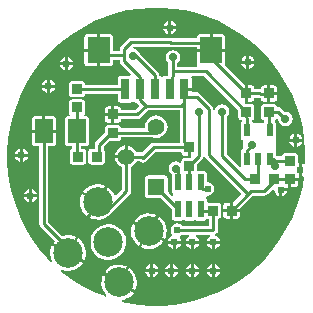
<source format=gtl>
G04 Layer_Physical_Order=1*
G04 Layer_Color=255*
%FSLAX25Y25*%
%MOIN*%
G70*
G01*
G75*
%ADD10R,0.03347X0.03347*%
%ADD11R,0.02362X0.04331*%
%ADD12R,0.03347X0.03347*%
%ADD13R,0.02200X0.05800*%
%ADD14R,0.02800X0.07000*%
%ADD15R,0.07500X0.08700*%
%ADD16R,0.06000X0.08000*%
%ADD17C,0.01000*%
%ADD18C,0.09842*%
%ADD19R,0.05512X0.05512*%
%ADD20C,0.05512*%
%ADD21C,0.02756*%
%ADD22C,0.02402*%
G36*
X5840Y49343D02*
X9693Y48732D01*
X13487Y47822D01*
X17198Y46616D01*
X20802Y45123D01*
X24278Y43352D01*
X27605Y41313D01*
X30761Y39020D01*
X33728Y36486D01*
X36486Y33728D01*
X39020Y30761D01*
X41313Y27605D01*
X43352Y24278D01*
X45123Y20802D01*
X46616Y17198D01*
X47822Y13487D01*
X48732Y9693D01*
X49343Y5840D01*
X49649Y1951D01*
Y-1951D01*
X49613Y-2412D01*
X49163Y-2630D01*
X48859Y-2427D01*
X48500Y-2356D01*
Y-4500D01*
Y-6644D01*
X48716Y-6601D01*
X49172Y-6920D01*
X48732Y-9693D01*
X47822Y-13487D01*
X46616Y-17198D01*
X45123Y-20802D01*
X43352Y-24278D01*
X41313Y-27605D01*
X39020Y-30761D01*
X36486Y-33728D01*
X33728Y-36486D01*
X30761Y-39020D01*
X27605Y-41313D01*
X24278Y-43352D01*
X20802Y-45123D01*
X17198Y-46616D01*
X13487Y-47822D01*
X9693Y-48732D01*
X5840Y-49343D01*
X1951Y-49649D01*
X-1951D01*
X-5840Y-49343D01*
X-9693Y-48732D01*
X-11484Y-48303D01*
X-11465Y-47793D01*
X-10858Y-47692D01*
X-9766Y-47282D01*
X-8775Y-46666D01*
X-7924Y-45868D01*
X-7537Y-45329D01*
X-12647Y-42378D01*
X-17758Y-39428D01*
X-18032Y-40033D01*
X-18296Y-41169D01*
X-18335Y-42334D01*
X-18145Y-43485D01*
X-17734Y-44577D01*
X-17118Y-45567D01*
X-16707Y-46006D01*
X-16786Y-46653D01*
X-16884Y-46718D01*
X-17198Y-46616D01*
X-20802Y-45123D01*
X-24278Y-43352D01*
X-27605Y-41313D01*
X-30761Y-39020D01*
X-31918Y-38032D01*
X-31647Y-37606D01*
X-31358Y-37737D01*
X-30222Y-38002D01*
X-29056Y-38040D01*
X-27905Y-37850D01*
X-26814Y-37439D01*
X-25823Y-36823D01*
X-24972Y-36026D01*
X-24585Y-35486D01*
X-29695Y-32536D01*
X-34805Y-29585D01*
X-35079Y-30190D01*
X-35344Y-31326D01*
X-35382Y-32492D01*
X-35192Y-33643D01*
X-34782Y-34734D01*
X-35190Y-35024D01*
X-36486Y-33728D01*
X-39020Y-30761D01*
X-41313Y-27605D01*
X-43352Y-24278D01*
X-45123Y-20802D01*
X-46616Y-17198D01*
X-47822Y-13487D01*
X-48732Y-9693D01*
X-49343Y-5840D01*
X-49649Y-1951D01*
Y1951D01*
X-49343Y5840D01*
X-48732Y9693D01*
X-47822Y13487D01*
X-46616Y17198D01*
X-45123Y20802D01*
X-43352Y24278D01*
X-41313Y27605D01*
X-39020Y30761D01*
X-36486Y33728D01*
X-33728Y36486D01*
X-30761Y39020D01*
X-27605Y41313D01*
X-24278Y43352D01*
X-20802Y45123D01*
X-17198Y46616D01*
X-13487Y47822D01*
X-9693Y48732D01*
X-5840Y49343D01*
X-1951Y49649D01*
X1951D01*
X5840Y49343D01*
D02*
G37*
%LPC*%
G36*
X18500Y-29000D02*
X16856D01*
X16927Y-29359D01*
X17413Y-30087D01*
X18141Y-30573D01*
X18500Y-30644D01*
Y-29000D01*
D02*
G37*
G36*
X21144D02*
X19500D01*
Y-30644D01*
X19859Y-30573D01*
X20587Y-30087D01*
X21073Y-29359D01*
X21144Y-29000D01*
D02*
G37*
G36*
X829Y-20037D02*
X-1872Y-24714D01*
X2805Y-27415D01*
X3079Y-26810D01*
X3344Y-25674D01*
X3382Y-24508D01*
X3192Y-23358D01*
X2782Y-22266D01*
X2166Y-21275D01*
X1368Y-20424D01*
X829Y-20037D01*
D02*
G37*
G36*
X-7915Y-22380D02*
X-8189Y-22985D01*
X-8454Y-24121D01*
X-8492Y-25286D01*
X-8302Y-26437D01*
X-7891Y-27529D01*
X-7275Y-28519D01*
X-6478Y-29371D01*
X-5938Y-29757D01*
X-3238Y-25080D01*
X-7915Y-22380D01*
D02*
G37*
G36*
X14144Y-29000D02*
X12500D01*
Y-30644D01*
X12859Y-30573D01*
X13587Y-30087D01*
X14073Y-29359D01*
X14144Y-29000D01*
D02*
G37*
G36*
X5500D02*
X3856D01*
X3927Y-29359D01*
X4413Y-30087D01*
X5141Y-30573D01*
X5500Y-30644D01*
Y-29000D01*
D02*
G37*
G36*
X-2372Y-25580D02*
X-5072Y-30257D01*
X-4467Y-30532D01*
X-3331Y-30796D01*
X-2166Y-30835D01*
X-1015Y-30645D01*
X77Y-30234D01*
X1067Y-29618D01*
X1919Y-28820D01*
X2305Y-28281D01*
X-2372Y-25580D01*
D02*
G37*
G36*
X11500Y-29000D02*
X9856D01*
X9927Y-29359D01*
X10413Y-30087D01*
X11141Y-30573D01*
X11500Y-30644D01*
Y-29000D01*
D02*
G37*
G36*
X8144D02*
X6500D01*
Y-30644D01*
X6859Y-30573D01*
X7587Y-30087D01*
X8073Y-29359D01*
X8144Y-29000D01*
D02*
G37*
G36*
X-2944Y-18960D02*
X-4095Y-19150D01*
X-5186Y-19561D01*
X-6177Y-20177D01*
X-7028Y-20974D01*
X-7415Y-21514D01*
X-2738Y-24214D01*
X-37Y-19537D01*
X-642Y-19263D01*
X-1778Y-18998D01*
X-2944Y-18960D01*
D02*
G37*
G36*
X-19992Y-9118D02*
X-21143Y-9308D01*
X-22234Y-9718D01*
X-23225Y-10334D01*
X-24076Y-11132D01*
X-24463Y-11671D01*
X-19786Y-14372D01*
X-17085Y-9695D01*
X-17690Y-9421D01*
X-18826Y-9156D01*
X-19992Y-9118D01*
D02*
G37*
G36*
X-39856Y-13500D02*
X-41500D01*
Y-15144D01*
X-41141Y-15073D01*
X-40413Y-14587D01*
X-39927Y-13859D01*
X-39856Y-13500D01*
D02*
G37*
G36*
X-42500Y-10856D02*
X-42859Y-10927D01*
X-43587Y-11413D01*
X-44073Y-12141D01*
X-44144Y-12500D01*
X-42500D01*
Y-10856D01*
D02*
G37*
G36*
X43644Y-11500D02*
X42000D01*
Y-13144D01*
X42359Y-13073D01*
X43087Y-12587D01*
X43573Y-11859D01*
X43644Y-11500D01*
D02*
G37*
G36*
X-42500Y-13500D02*
X-44144D01*
X-44073Y-13859D01*
X-43587Y-14587D01*
X-42859Y-15073D01*
X-42500Y-15144D01*
Y-13500D01*
D02*
G37*
G36*
X27744Y-18500D02*
X25551D01*
Y-20693D01*
X26724D01*
X27115Y-20615D01*
X27445Y-20394D01*
X27666Y-20063D01*
X27744Y-19673D01*
Y-18500D01*
D02*
G37*
G36*
X24551D02*
X22358D01*
Y-19673D01*
X22436Y-20063D01*
X22657Y-20394D01*
X22988Y-20615D01*
X23378Y-20693D01*
X24551D01*
Y-18500D01*
D02*
G37*
G36*
Y-15307D02*
X23378D01*
X22988Y-15385D01*
X22657Y-15606D01*
X22436Y-15937D01*
X22358Y-16327D01*
Y-17500D01*
X24551D01*
Y-15307D01*
D02*
G37*
G36*
X-24963Y-12537D02*
X-25237Y-13142D01*
X-25502Y-14278D01*
X-25540Y-15444D01*
X-25350Y-16595D01*
X-24939Y-17686D01*
X-24323Y-18677D01*
X-23526Y-19528D01*
X-22986Y-19915D01*
X-20286Y-15238D01*
X-24963Y-12537D01*
D02*
G37*
G36*
X-33480Y8000D02*
X-37500D01*
X-41520D01*
Y4500D01*
X-41442Y4110D01*
X-41221Y3779D01*
X-40890Y3558D01*
X-40500Y3480D01*
X-39029D01*
Y-22500D01*
X-38913Y-23085D01*
X-38581Y-23581D01*
X-33946Y-28217D01*
X-34305Y-28719D01*
X-29628Y-31420D01*
X-26928Y-26743D01*
X-27533Y-26468D01*
X-28669Y-26204D01*
X-29834Y-26165D01*
X-30985Y-26355D01*
X-31346Y-26491D01*
X-35971Y-21867D01*
Y3480D01*
X-34500D01*
X-34110Y3558D01*
X-33779Y3779D01*
X-33558Y4110D01*
X-33480Y4500D01*
Y8000D01*
D02*
G37*
G36*
X11500Y-38500D02*
X9856D01*
X9927Y-38859D01*
X10413Y-39587D01*
X11141Y-40073D01*
X11500Y-40144D01*
Y-38500D01*
D02*
G37*
G36*
X7144D02*
X5500D01*
Y-40144D01*
X5859Y-40073D01*
X6587Y-39587D01*
X7073Y-38859D01*
X7144Y-38500D01*
D02*
G37*
G36*
X14144D02*
X12500D01*
Y-40144D01*
X12859Y-40073D01*
X13587Y-39587D01*
X14073Y-38859D01*
X14144Y-38500D01*
D02*
G37*
G36*
X21144D02*
X19500D01*
Y-40144D01*
X19859Y-40073D01*
X20587Y-39587D01*
X21073Y-38859D01*
X21144Y-38500D01*
D02*
G37*
G36*
X18500D02*
X16856D01*
X16927Y-38859D01*
X17413Y-39587D01*
X18141Y-40073D01*
X18500Y-40144D01*
Y-38500D01*
D02*
G37*
G36*
X-12787Y-36008D02*
X-13937Y-36198D01*
X-15029Y-36609D01*
X-16019Y-37225D01*
X-16871Y-38022D01*
X-17257Y-38562D01*
X-12580Y-41262D01*
X-9880Y-36585D01*
X-10485Y-36311D01*
X-11621Y-36046D01*
X-12787Y-36008D01*
D02*
G37*
G36*
X-9014Y-37085D02*
X-11714Y-41762D01*
X-7037Y-44462D01*
X-6763Y-43858D01*
X-6498Y-42722D01*
X-6460Y-41556D01*
X-6650Y-40405D01*
X-7061Y-39314D01*
X-7677Y-38323D01*
X-8474Y-37472D01*
X-9014Y-37085D01*
D02*
G37*
G36*
X-2000Y-38500D02*
X-3644D01*
X-3573Y-38859D01*
X-3087Y-39587D01*
X-2359Y-40073D01*
X-2000Y-40144D01*
Y-38500D01*
D02*
G37*
G36*
X4500D02*
X2856D01*
X2927Y-38859D01*
X3413Y-39587D01*
X4141Y-40073D01*
X4500Y-40144D01*
Y-38500D01*
D02*
G37*
G36*
X644D02*
X-1000D01*
Y-40144D01*
X-641Y-40073D01*
X87Y-39587D01*
X573Y-38859D01*
X644Y-38500D01*
D02*
G37*
G36*
X18500Y-35856D02*
X18141Y-35927D01*
X17413Y-36413D01*
X16927Y-37141D01*
X16856Y-37500D01*
X18500D01*
Y-35856D01*
D02*
G37*
G36*
X12500D02*
Y-37500D01*
X14144D01*
X14073Y-37141D01*
X13587Y-36413D01*
X12859Y-35927D01*
X12500Y-35856D01*
D02*
G37*
G36*
X19500D02*
Y-37500D01*
X21144D01*
X21073Y-37141D01*
X20587Y-36413D01*
X19859Y-35927D01*
X19500Y-35856D01*
D02*
G37*
G36*
X-16389Y-22563D02*
X-17540Y-22753D01*
X-18632Y-23164D01*
X-19622Y-23780D01*
X-20473Y-24577D01*
X-21153Y-25525D01*
X-21634Y-26588D01*
X-21899Y-27723D01*
X-21937Y-28889D01*
X-21747Y-30040D01*
X-21336Y-31132D01*
X-20720Y-32122D01*
X-19923Y-32973D01*
X-18975Y-33653D01*
X-17912Y-34134D01*
X-16777Y-34399D01*
X-15611Y-34437D01*
X-14460Y-34247D01*
X-13368Y-33836D01*
X-12378Y-33220D01*
X-11527Y-32423D01*
X-10847Y-31475D01*
X-10366Y-30413D01*
X-10101Y-29277D01*
X-10063Y-28111D01*
X-10253Y-26960D01*
X-10664Y-25868D01*
X-11280Y-24878D01*
X-12077Y-24027D01*
X-13025Y-23347D01*
X-14087Y-22866D01*
X-15223Y-22601D01*
X-16389Y-22563D01*
D02*
G37*
G36*
X-26062Y-27242D02*
X-28762Y-31920D01*
X-24085Y-34620D01*
X-23811Y-34015D01*
X-23546Y-32879D01*
X-23508Y-31714D01*
X-23698Y-30563D01*
X-24109Y-29471D01*
X-24725Y-28480D01*
X-25522Y-27629D01*
X-26062Y-27242D01*
D02*
G37*
G36*
X-1000Y-35856D02*
Y-37500D01*
X644D01*
X573Y-37141D01*
X87Y-36413D01*
X-641Y-35927D01*
X-1000Y-35856D01*
D02*
G37*
G36*
X-2000D02*
X-2359Y-35927D01*
X-3087Y-36413D01*
X-3573Y-37141D01*
X-3644Y-37500D01*
X-2000D01*
Y-35856D01*
D02*
G37*
G36*
X4500D02*
X4141Y-35927D01*
X3413Y-36413D01*
X2927Y-37141D01*
X2856Y-37500D01*
X4500D01*
Y-35856D01*
D02*
G37*
G36*
X11500D02*
X11141Y-35927D01*
X10413Y-36413D01*
X9927Y-37141D01*
X9856Y-37500D01*
X11500D01*
Y-35856D01*
D02*
G37*
G36*
X5500D02*
Y-37500D01*
X7144D01*
X7073Y-37141D01*
X6587Y-36413D01*
X5859Y-35927D01*
X5500Y-35856D01*
D02*
G37*
G36*
X-41500Y-10856D02*
Y-12500D01*
X-39856D01*
X-39927Y-12141D01*
X-40413Y-11413D01*
X-41141Y-10927D01*
X-41500Y-10856D01*
D02*
G37*
G36*
X30000Y31000D02*
X28356D01*
X28427Y30641D01*
X28913Y29913D01*
X29641Y29427D01*
X30000Y29356D01*
Y31000D01*
D02*
G37*
G36*
X-27856Y30500D02*
X-29500D01*
Y28856D01*
X-29141Y28927D01*
X-28413Y29413D01*
X-27927Y30141D01*
X-27856Y30500D01*
D02*
G37*
G36*
X32644Y31000D02*
X31000D01*
Y29356D01*
X31359Y29427D01*
X32087Y29913D01*
X32573Y30641D01*
X32644Y31000D01*
D02*
G37*
G36*
X-30500Y33144D02*
X-30859Y33073D01*
X-31587Y32587D01*
X-32073Y31859D01*
X-32144Y31500D01*
X-30500D01*
Y33144D01*
D02*
G37*
G36*
X-19700Y35000D02*
X-23970D01*
Y31150D01*
X-23892Y30760D01*
X-23671Y30429D01*
X-23340Y30208D01*
X-22950Y30130D01*
X-19700D01*
Y35000D01*
D02*
G37*
G36*
X39173Y23744D02*
X38000D01*
Y21551D01*
X40193D01*
Y22724D01*
X40115Y23115D01*
X39894Y23445D01*
X39563Y23666D01*
X39173Y23744D01*
D02*
G37*
G36*
X-33856Y23000D02*
X-35500D01*
Y21356D01*
X-35141Y21427D01*
X-34413Y21913D01*
X-33927Y22641D01*
X-33856Y23000D01*
D02*
G37*
G36*
X-36500Y25644D02*
X-36859Y25573D01*
X-37587Y25087D01*
X-38073Y24359D01*
X-38144Y24000D01*
X-36500D01*
Y25644D01*
D02*
G37*
G36*
X-30500Y30500D02*
X-32144D01*
X-32073Y30141D01*
X-31587Y29413D01*
X-30859Y28927D01*
X-30500Y28856D01*
Y30500D01*
D02*
G37*
G36*
X-35500Y25644D02*
Y24000D01*
X-33856D01*
X-33927Y24359D01*
X-34413Y25087D01*
X-35141Y25573D01*
X-35500Y25644D01*
D02*
G37*
G36*
X4000Y42500D02*
X2356D01*
X2427Y42141D01*
X2913Y41413D01*
X3641Y40927D01*
X4000Y40856D01*
Y42500D01*
D02*
G37*
G36*
X17700Y40870D02*
X14450D01*
X14060Y40792D01*
X13729Y40571D01*
X13508Y40240D01*
X13430Y39850D01*
Y39529D01*
X5103D01*
X4600Y39629D01*
X-8500D01*
X-9085Y39513D01*
X-9581Y39181D01*
X-11781Y36981D01*
X-12113Y36485D01*
X-12229Y35900D01*
Y35329D01*
X-14430D01*
Y39850D01*
X-14508Y40240D01*
X-14729Y40571D01*
X-15060Y40792D01*
X-15450Y40870D01*
X-18700D01*
Y35500D01*
Y30130D01*
X-15450D01*
X-15060Y30208D01*
X-14729Y30429D01*
X-14508Y30760D01*
X-14430Y31150D01*
Y32271D01*
X-12229D01*
Y31700D01*
X-12113Y31115D01*
X-11781Y30619D01*
X-8630Y27467D01*
X-8877Y27007D01*
X-8942Y27020D01*
X-11742D01*
X-12133Y26942D01*
X-12463Y26721D01*
X-12684Y26390D01*
X-12762Y26000D01*
Y24029D01*
X-23807D01*
Y24173D01*
X-23885Y24563D01*
X-24106Y24894D01*
X-24437Y25115D01*
X-24827Y25193D01*
X-28173D01*
X-28563Y25115D01*
X-28894Y24894D01*
X-29115Y24563D01*
X-29193Y24173D01*
Y20827D01*
X-29115Y20437D01*
X-28894Y20106D01*
X-28563Y19885D01*
X-28173Y19807D01*
X-24827D01*
X-24437Y19885D01*
X-24106Y20106D01*
X-23885Y20437D01*
X-23807Y20827D01*
Y20971D01*
X-12762D01*
Y19000D01*
X-12684Y18610D01*
X-12463Y18279D01*
X-12133Y18058D01*
X-11742Y17980D01*
X-8942D01*
X-8552Y18058D01*
X-8221Y18279D01*
X-8180Y18340D01*
X-7583D01*
X-7542Y18279D01*
X-7211Y18058D01*
X-6821Y17980D01*
X-6663D01*
X-6503Y17740D01*
X-5763Y17000D01*
X-7182Y15581D01*
X-11807D01*
Y15724D01*
X-11885Y16115D01*
X-12106Y16445D01*
X-12437Y16666D01*
X-12827Y16744D01*
X-14000D01*
Y14051D01*
Y11358D01*
X-12827D01*
X-12437Y11436D01*
X-12106Y11657D01*
X-11885Y11988D01*
X-11807Y12378D01*
Y12522D01*
X-6549D01*
X-5964Y12638D01*
X-5467Y12970D01*
X-2967Y15471D01*
X7813D01*
Y4833D01*
X7793Y4729D01*
X7671Y4581D01*
X-898D01*
X-1483Y4464D01*
X-1979Y4133D01*
X-4660Y1452D01*
X-5051Y1529D01*
X-6568D01*
X-6719Y1894D01*
X-7321Y2679D01*
X-8106Y3281D01*
X-9020Y3659D01*
X-9500Y3723D01*
Y0D01*
X-10000D01*
Y-500D01*
X-13723D01*
X-13659Y-981D01*
X-13281Y-1894D01*
X-12679Y-2679D01*
X-11894Y-3281D01*
X-11529Y-3432D01*
Y-10869D01*
X-13617Y-12956D01*
X-14106Y-12850D01*
X-14266Y-12423D01*
X-14882Y-11433D01*
X-15679Y-10581D01*
X-16219Y-10195D01*
X-19170Y-15305D01*
X-22120Y-20415D01*
X-21515Y-20689D01*
X-20379Y-20954D01*
X-19214Y-20992D01*
X-18063Y-20802D01*
X-16971Y-20391D01*
X-15980Y-19775D01*
X-15129Y-18978D01*
X-14665Y-18330D01*
X-8919Y-12583D01*
X-8587Y-12087D01*
X-8471Y-11502D01*
Y-3432D01*
X-8106Y-3281D01*
X-7321Y-2679D01*
X-6719Y-1894D01*
X-6568Y-1529D01*
X-5685D01*
X-5582Y-1633D01*
X-5085Y-1964D01*
X-4500Y-2081D01*
X-3915Y-1964D01*
X-3419Y-1633D01*
X-264Y1522D01*
X8307D01*
Y1378D01*
X8385Y988D01*
X8606Y657D01*
X8937Y436D01*
X9327Y358D01*
X10500D01*
Y3051D01*
X11500D01*
Y-30D01*
X11554Y-142D01*
X11386Y-358D01*
X9327D01*
X8937Y-436D01*
X8606Y-657D01*
X8385Y-988D01*
X8307Y-1378D01*
Y-1746D01*
X7807Y-2014D01*
X7428Y-1760D01*
X6500Y-1575D01*
X5572Y-1760D01*
X4786Y-2286D01*
X4260Y-3072D01*
X4075Y-4000D01*
X4260Y-4928D01*
X4786Y-5714D01*
X5140Y-5951D01*
Y-11500D01*
X5218Y-11890D01*
X5439Y-12221D01*
X5500Y-12262D01*
Y-12824D01*
X5038Y-13015D01*
X4364Y-12341D01*
X4081Y-11919D01*
X3776Y-11613D01*
Y-7244D01*
X3698Y-6854D01*
X3477Y-6523D01*
X3146Y-6302D01*
X2756Y-6225D01*
X-2756D01*
X-3146Y-6302D01*
X-3477Y-6523D01*
X-3698Y-6854D01*
X-3776Y-7244D01*
Y-12756D01*
X-3698Y-13146D01*
X-3477Y-13477D01*
X-3146Y-13698D01*
X-2756Y-13776D01*
X1613D01*
X1636Y-13799D01*
X1919Y-14222D01*
X5140Y-17443D01*
Y-20300D01*
X5218Y-20690D01*
X5439Y-21021D01*
X5770Y-21242D01*
X6160Y-21320D01*
X8360D01*
X8750Y-21242D01*
X9130Y-21046D01*
X9510Y-21242D01*
X9900Y-21320D01*
X12100D01*
X12490Y-21242D01*
X12870Y-21046D01*
X13250Y-21242D01*
X13640Y-21320D01*
X15840D01*
X16230Y-21242D01*
X16561Y-21021D01*
X16650Y-20888D01*
X17071Y-20692D01*
X17276Y-20693D01*
X17471Y-20888D01*
Y-22971D01*
X8625D01*
X8587Y-22913D01*
X7859Y-22427D01*
X7000Y-22256D01*
X6141Y-22427D01*
X5413Y-22913D01*
X4927Y-23641D01*
X4756Y-24500D01*
X4927Y-25359D01*
X5281Y-25889D01*
X5149Y-26398D01*
X5102Y-26453D01*
X4413Y-26913D01*
X3927Y-27641D01*
X3856Y-28000D01*
X8144D01*
X8073Y-27641D01*
X7719Y-27111D01*
X7851Y-26602D01*
X7898Y-26547D01*
X8587Y-26087D01*
X8625Y-26029D01*
X10836D01*
X10988Y-26529D01*
X10413Y-26913D01*
X9927Y-27641D01*
X9856Y-28000D01*
X14144D01*
X14073Y-27641D01*
X13587Y-26913D01*
X13012Y-26529D01*
X13164Y-26029D01*
X17836D01*
X17988Y-26529D01*
X17413Y-26913D01*
X16927Y-27641D01*
X16856Y-28000D01*
X21144D01*
X21073Y-27641D01*
X20587Y-26913D01*
X19859Y-26427D01*
X19696Y-26395D01*
X19630Y-26107D01*
X19643Y-25874D01*
X20081Y-25581D01*
X20413Y-25085D01*
X20529Y-24500D01*
Y-20693D01*
X20622D01*
X21012Y-20615D01*
X21343Y-20394D01*
X21564Y-20063D01*
X21642Y-19673D01*
Y-16327D01*
X21564Y-15937D01*
X21343Y-15606D01*
X21012Y-15385D01*
X20622Y-15307D01*
X17276D01*
X16860Y-14880D01*
Y-14500D01*
X16782Y-14110D01*
X16611Y-13853D01*
X16608Y-13301D01*
X16993Y-12982D01*
X17100Y-13004D01*
X17959Y-12833D01*
X18687Y-12347D01*
X19173Y-11619D01*
X19344Y-10760D01*
X19173Y-9901D01*
X18687Y-9173D01*
X17959Y-8687D01*
X17100Y-8516D01*
X16860Y-8319D01*
Y-5700D01*
X16782Y-5310D01*
X16561Y-4979D01*
X16230Y-4758D01*
X15840Y-4680D01*
X13693D01*
Y-2521D01*
X15281Y-933D01*
X15613Y-436D01*
X15648Y-260D01*
X15669Y-251D01*
X16168Y-207D01*
X16419Y-581D01*
X28363Y-12526D01*
X25581Y-15307D01*
X25551D01*
Y-17500D01*
X27744D01*
Y-17470D01*
X31633Y-13581D01*
X31633Y-13581D01*
X32185Y-13029D01*
X36000D01*
X36585Y-12913D01*
X37081Y-12581D01*
X38815Y-10847D01*
X39275Y-11095D01*
X39427Y-11859D01*
X39913Y-12587D01*
X40641Y-13073D01*
X41000Y-13144D01*
Y-11000D01*
X41500D01*
Y-10500D01*
X43777D01*
X43988Y-10244D01*
X44000D01*
Y-7551D01*
X44500D01*
Y-7051D01*
X47193D01*
Y-6977D01*
X47500Y-6725D01*
Y-4500D01*
Y-2275D01*
X47193Y-2023D01*
Y224D01*
X47115Y615D01*
X46894Y945D01*
X46563Y1166D01*
X46173Y1244D01*
X42827D01*
X42437Y1166D01*
X42106Y945D01*
X41885Y615D01*
X41807Y224D01*
Y81D01*
X40082D01*
X39941Y222D01*
Y1441D01*
X39905Y1623D01*
Y6377D01*
X39941Y6559D01*
Y10890D01*
X39863Y11280D01*
X39642Y11611D01*
X39378Y11787D01*
X39369Y12058D01*
X39431Y12307D01*
X39563Y12334D01*
X39894Y12555D01*
X39967Y12663D01*
X40103Y12688D01*
X40576Y12500D01*
X40760Y11572D01*
X41286Y10786D01*
X42072Y10260D01*
X43000Y10075D01*
X43928Y10260D01*
X44714Y10786D01*
X45240Y11572D01*
X45425Y12500D01*
X45240Y13428D01*
X44714Y14214D01*
X43928Y14740D01*
X43000Y14924D01*
X42782Y14881D01*
X41581Y16081D01*
X41085Y16413D01*
X40500Y16529D01*
X40193D01*
Y16622D01*
X40115Y17012D01*
X39894Y17343D01*
X39563Y17564D01*
X39173Y17642D01*
X35827D01*
X35437Y17564D01*
X35106Y17343D01*
X34885Y17012D01*
X34807Y16622D01*
Y13276D01*
X34885Y12885D01*
X35106Y12555D01*
X35437Y12334D01*
X35827Y12256D01*
X35971D01*
Y11699D01*
X35838Y11611D01*
X35617Y11280D01*
X35576Y11072D01*
X32424D01*
X32383Y11280D01*
X32162Y11611D01*
X31894Y11790D01*
X31882Y12042D01*
X31946Y12310D01*
X32063Y12334D01*
X32394Y12555D01*
X32615Y12885D01*
X32693Y13276D01*
Y16622D01*
X32615Y17012D01*
X32394Y17343D01*
X32063Y17564D01*
X31673Y17642D01*
X29614D01*
X29445Y17858D01*
X29500Y17970D01*
Y21051D01*
Y23744D01*
X29470D01*
X22717Y30497D01*
X22892Y30760D01*
X22970Y31150D01*
Y35000D01*
X18200D01*
X13430D01*
Y31150D01*
X13508Y30760D01*
X13662Y30529D01*
X13543Y30171D01*
X13441Y30029D01*
X7029D01*
Y31262D01*
X7214Y31386D01*
X7740Y32172D01*
X7925Y33100D01*
X7740Y34028D01*
X7214Y34814D01*
X6428Y35340D01*
X5500Y35524D01*
X4572Y35340D01*
X3786Y34814D01*
X3260Y34028D01*
X3076Y33100D01*
X3260Y32172D01*
X3786Y31386D01*
X3971Y31262D01*
Y27663D01*
X3832Y27020D01*
X3021D01*
X2631Y26942D01*
X2300Y26721D01*
X2259Y26660D01*
X1662D01*
X1621Y26721D01*
X1290Y26942D01*
X1029Y26994D01*
Y27100D01*
X913Y27685D01*
X581Y28181D01*
X-5534Y34297D01*
X-5560Y34428D01*
X-6086Y35214D01*
X-6872Y35740D01*
X-7502Y35865D01*
X-7738Y36408D01*
X-7628Y36571D01*
X4197D01*
X4700Y36471D01*
X13430D01*
Y36000D01*
X17700D01*
Y40870D01*
D02*
G37*
G36*
X6644Y42500D02*
X5000D01*
Y40856D01*
X5359Y40927D01*
X6087Y41413D01*
X6573Y42141D01*
X6644Y42500D01*
D02*
G37*
G36*
X5000Y45144D02*
Y43500D01*
X6644D01*
X6573Y43859D01*
X6087Y44587D01*
X5359Y45073D01*
X5000Y45144D01*
D02*
G37*
G36*
X4000D02*
X3641Y45073D01*
X2913Y44587D01*
X2427Y43859D01*
X2356Y43500D01*
X4000D01*
Y45144D01*
D02*
G37*
G36*
X30000Y33644D02*
X29641Y33573D01*
X28913Y33087D01*
X28427Y32359D01*
X28356Y32000D01*
X30000D01*
Y33644D01*
D02*
G37*
G36*
X-29500Y33144D02*
Y31500D01*
X-27856D01*
X-27927Y31859D01*
X-28413Y32587D01*
X-29141Y33073D01*
X-29500Y33144D01*
D02*
G37*
G36*
X31000Y33644D02*
Y32000D01*
X32644D01*
X32573Y32359D01*
X32087Y33087D01*
X31359Y33573D01*
X31000Y33644D01*
D02*
G37*
G36*
X21950Y40870D02*
X18700D01*
Y36000D01*
X22970D01*
Y39850D01*
X22892Y40240D01*
X22671Y40571D01*
X22340Y40792D01*
X21950Y40870D01*
D02*
G37*
G36*
X-19700D02*
X-22950D01*
X-23340Y40792D01*
X-23671Y40571D01*
X-23892Y40240D01*
X-23970Y39850D01*
Y36000D01*
X-19700D01*
Y40870D01*
D02*
G37*
G36*
X-44500Y2644D02*
Y1000D01*
X-42856D01*
X-42927Y1359D01*
X-43413Y2087D01*
X-44141Y2573D01*
X-44500Y2644D01*
D02*
G37*
G36*
X-45500D02*
X-45859Y2573D01*
X-46587Y2087D01*
X-47073Y1359D01*
X-47144Y1000D01*
X-45500D01*
Y2644D01*
D02*
G37*
G36*
X48644Y5000D02*
X47000D01*
Y3356D01*
X47359Y3427D01*
X48087Y3913D01*
X48573Y4641D01*
X48644Y5000D01*
D02*
G37*
G36*
X46000D02*
X44356D01*
X44427Y4641D01*
X44913Y3913D01*
X45641Y3427D01*
X46000Y3356D01*
Y5000D01*
D02*
G37*
G36*
X-10500Y3723D02*
X-10981Y3659D01*
X-11894Y3281D01*
X-12679Y2679D01*
X-13281Y1894D01*
X-13659Y981D01*
X-13723Y500D01*
X-10500D01*
Y3723D01*
D02*
G37*
G36*
X-24827Y19091D02*
X-28173D01*
X-28563Y19013D01*
X-28894Y18792D01*
X-29115Y18461D01*
X-29193Y18071D01*
Y14724D01*
X-29115Y14334D01*
X-28905Y14020D01*
X-28924Y13922D01*
X-29070Y13520D01*
X-29500D01*
X-29890Y13442D01*
X-30221Y13221D01*
X-30442Y12890D01*
X-30520Y12500D01*
Y4500D01*
X-30442Y4110D01*
X-30221Y3779D01*
X-29890Y3558D01*
X-29500Y3480D01*
X-28029D01*
Y2632D01*
X-28115Y2615D01*
X-28445Y2394D01*
X-28666Y2063D01*
X-28744Y1673D01*
Y-1673D01*
X-28666Y-2063D01*
X-28445Y-2394D01*
X-28115Y-2615D01*
X-27724Y-2693D01*
X-24378D01*
X-23988Y-2615D01*
X-23657Y-2394D01*
X-23436Y-2063D01*
X-23358Y-1673D01*
Y1673D01*
X-23436Y2063D01*
X-23657Y2394D01*
X-23988Y2615D01*
X-24378Y2693D01*
X-24971D01*
Y3480D01*
X-23500D01*
X-23110Y3558D01*
X-22779Y3779D01*
X-22558Y4110D01*
X-22480Y4500D01*
Y12500D01*
X-22558Y12890D01*
X-22779Y13221D01*
X-23110Y13442D01*
X-23500Y13520D01*
X-23930D01*
X-24076Y13922D01*
X-24095Y14020D01*
X-23885Y14334D01*
X-23807Y14724D01*
Y18071D01*
X-23885Y18461D01*
X-24106Y18792D01*
X-24437Y19013D01*
X-24827Y19091D01*
D02*
G37*
G36*
X47193Y-8051D02*
X45000D01*
Y-10244D01*
X46173D01*
X46563Y-10166D01*
X46894Y-9945D01*
X47115Y-9615D01*
X47193Y-9224D01*
Y-8051D01*
D02*
G37*
G36*
X-42856Y0D02*
X-44500D01*
Y-1644D01*
X-44141Y-1573D01*
X-43413Y-1087D01*
X-42927Y-359D01*
X-42856Y0D01*
D02*
G37*
G36*
X-45500D02*
X-47144D01*
X-47073Y-359D01*
X-46587Y-1087D01*
X-45859Y-1573D01*
X-45500Y-1644D01*
Y0D01*
D02*
G37*
G36*
X46000Y7644D02*
X45641Y7573D01*
X44913Y7087D01*
X44427Y6359D01*
X44356Y6000D01*
X46000D01*
Y7644D01*
D02*
G37*
G36*
X31673Y23744D02*
X30500D01*
Y21051D01*
Y18358D01*
X31673D01*
X32063Y18436D01*
X32394Y18657D01*
X32615Y18988D01*
X32693Y19378D01*
Y19522D01*
X34194D01*
X34451Y19471D01*
X34807D01*
Y19378D01*
X34885Y18988D01*
X35106Y18657D01*
X35437Y18436D01*
X35827Y18358D01*
X37000D01*
Y21051D01*
Y23744D01*
X35827D01*
X35437Y23666D01*
X35106Y23445D01*
X34885Y23115D01*
X34853Y22954D01*
X34400Y22581D01*
X32693D01*
Y22724D01*
X32615Y23115D01*
X32394Y23445D01*
X32063Y23666D01*
X31673Y23744D01*
D02*
G37*
G36*
X-15000Y16744D02*
X-16173D01*
X-16563Y16666D01*
X-16894Y16445D01*
X-17115Y16115D01*
X-17193Y15724D01*
Y14551D01*
X-15000D01*
Y16744D01*
D02*
G37*
G36*
X-36500Y23000D02*
X-38144D01*
X-38073Y22641D01*
X-37587Y21913D01*
X-36859Y21427D01*
X-36500Y21356D01*
Y23000D01*
D02*
G37*
G36*
X40193Y20551D02*
X38000D01*
Y18358D01*
X39173D01*
X39563Y18436D01*
X39894Y18657D01*
X40115Y18988D01*
X40193Y19378D01*
Y20551D01*
D02*
G37*
G36*
X-15000Y13551D02*
X-17193D01*
Y12378D01*
X-17115Y11988D01*
X-16894Y11657D01*
X-16563Y11436D01*
X-16173Y11358D01*
X-15000D01*
Y13551D01*
D02*
G37*
G36*
X-38000Y13520D02*
X-40500D01*
X-40890Y13442D01*
X-41221Y13221D01*
X-41442Y12890D01*
X-41520Y12500D01*
Y9000D01*
X-38000D01*
Y13520D01*
D02*
G37*
G36*
X47000Y7644D02*
Y6000D01*
X48644D01*
X48573Y6359D01*
X48087Y7087D01*
X47359Y7573D01*
X47000Y7644D01*
D02*
G37*
G36*
X0Y13788D02*
X-981Y13659D01*
X-1894Y13281D01*
X-2679Y12679D01*
X-3281Y11894D01*
X-3659Y10981D01*
X-3788Y10000D01*
X-3769Y9854D01*
X-4099Y9478D01*
X-11807D01*
Y9622D01*
X-11885Y10012D01*
X-12106Y10343D01*
X-12437Y10564D01*
X-12827Y10642D01*
X-16173D01*
X-16563Y10564D01*
X-16894Y10343D01*
X-17115Y10012D01*
X-17193Y9622D01*
Y8325D01*
X-17203Y8276D01*
Y7960D01*
X-20081Y5081D01*
X-20413Y4585D01*
X-20529Y4000D01*
Y2693D01*
X-21622D01*
X-22012Y2615D01*
X-22343Y2394D01*
X-22564Y2063D01*
X-22642Y1673D01*
Y-1673D01*
X-22564Y-2063D01*
X-22343Y-2394D01*
X-22012Y-2615D01*
X-21622Y-2693D01*
X-18276D01*
X-17885Y-2615D01*
X-17555Y-2394D01*
X-17334Y-2063D01*
X-17256Y-1673D01*
Y1673D01*
X-17334Y2063D01*
X-17471Y2268D01*
Y3367D01*
X-15581Y5256D01*
X-12827D01*
X-12437Y5334D01*
X-12106Y5555D01*
X-11885Y5885D01*
X-11807Y6276D01*
Y6419D01*
X-1170D01*
X-981Y6341D01*
X0Y6212D01*
X981Y6341D01*
X1894Y6719D01*
X2679Y7321D01*
X3281Y8106D01*
X3659Y9020D01*
X3788Y10000D01*
X3659Y10981D01*
X3281Y11894D01*
X2679Y12679D01*
X1894Y13281D01*
X981Y13659D01*
X0Y13788D01*
D02*
G37*
G36*
X-34500Y13520D02*
X-37000D01*
Y9000D01*
X-33480D01*
Y12500D01*
X-33558Y12890D01*
X-33779Y13221D01*
X-34110Y13442D01*
X-34500Y13520D01*
D02*
G37*
%LPD*%
G36*
X27307Y15479D02*
Y13276D01*
X27385Y12885D01*
X27606Y12555D01*
X27937Y12334D01*
X28327Y12256D01*
X28453D01*
X28575Y11756D01*
X28358Y11611D01*
X28137Y11280D01*
X28059Y10890D01*
Y6559D01*
X28137Y6169D01*
X28358Y5838D01*
X28688Y5617D01*
X29000Y5555D01*
Y2874D01*
X28847Y2645D01*
X28799Y2405D01*
X28688Y2383D01*
X28358Y2162D01*
X28137Y1831D01*
X28059Y1441D01*
Y-2890D01*
X28137Y-3280D01*
X27722Y-3559D01*
X23368Y795D01*
Y13162D01*
X23553Y13286D01*
X24079Y14072D01*
X24263Y15000D01*
X24079Y15928D01*
X23553Y16714D01*
X22767Y17240D01*
X21839Y17424D01*
X20911Y17240D01*
X20124Y16714D01*
X19599Y15928D01*
X19529Y15579D01*
X19029Y15628D01*
Y15900D01*
X18913Y16485D01*
X18581Y16982D01*
X14581Y20981D01*
X14085Y21313D01*
X13500Y21429D01*
X11762D01*
Y22000D01*
X9343D01*
Y23000D01*
X11762D01*
Y26000D01*
X11685Y26390D01*
X11631Y26471D01*
X11898Y26971D01*
X15815D01*
X27307Y15479D01*
D02*
G37*
D10*
X32949Y-7500D02*
D03*
X39051D02*
D03*
X25051Y-18000D02*
D03*
X18949D02*
D03*
X-19949Y0D02*
D03*
X-26051D02*
D03*
D11*
X30260Y-724D02*
D03*
X34000D02*
D03*
X37740D02*
D03*
Y8724D02*
D03*
X30260D02*
D03*
D12*
X30000Y14949D02*
D03*
Y21051D02*
D03*
X11000Y3051D02*
D03*
Y-3051D02*
D03*
X44500Y-7551D02*
D03*
Y-1449D02*
D03*
X37500Y21051D02*
D03*
Y14949D02*
D03*
X-14500Y14051D02*
D03*
Y7949D02*
D03*
X-26500Y16398D02*
D03*
Y22500D02*
D03*
D13*
X14740Y-8600D02*
D03*
X11000D02*
D03*
X7260D02*
D03*
Y-17400D02*
D03*
X11000D02*
D03*
X14740D02*
D03*
D14*
X-10342Y22500D02*
D03*
X-5421D02*
D03*
X-500D02*
D03*
X4421D02*
D03*
X9343D02*
D03*
D15*
X18200Y35500D02*
D03*
X-19200D02*
D03*
D16*
X-37500Y8500D02*
D03*
X-26500D02*
D03*
D17*
X30260Y2060D02*
X32200Y4000D01*
X32000D02*
X32200D01*
X39449Y-1449D02*
X44500D01*
X39500Y-3000D02*
Y-2500D01*
X40000Y-2000D01*
X39449Y-1449D02*
X40000Y-2000D01*
X34000Y-7500D02*
Y-724D01*
X-7800Y33500D02*
X-6900D01*
X-500Y27100D01*
X19000Y-24500D02*
Y-18000D01*
X14740D02*
X18949D01*
X-15673Y7327D02*
Y8276D01*
X15260Y-10760D02*
X17100D01*
X14740Y-10240D02*
X15260Y-10760D01*
X14740Y-10240D02*
Y-8600D01*
X40500Y15000D02*
X43000Y12500D01*
X29500Y-7500D02*
X32949D01*
X40000D02*
X43000D01*
X31551Y-11500D02*
X36000D01*
X30551Y-12500D02*
X31551Y-11500D01*
X30500Y-12500D02*
X30551D01*
X25051Y-18000D02*
X30551Y-12500D01*
X9343Y18000D02*
Y19900D01*
Y4750D02*
Y18000D01*
X37740Y8724D02*
Y11100D01*
X30000Y13200D02*
Y14949D01*
X4421Y22500D02*
X5500Y27500D01*
X8343Y17000D02*
X9343Y18000D01*
X-3600Y17000D02*
X8343D01*
X-5421Y18821D02*
X-3600Y17000D01*
X-5421Y18821D02*
Y22500D01*
X-10000Y-11502D02*
Y0D01*
X-5051D01*
X21839Y161D02*
X29500Y-7500D01*
X21839Y161D02*
Y15000D01*
X-5421Y22500D02*
Y26421D01*
X4600Y38100D02*
X4700Y38000D01*
X18200Y32851D02*
X30000Y21051D01*
X9343Y19900D02*
Y22500D01*
X13500Y19900D02*
X17500Y15900D01*
X-500Y22500D02*
Y27100D01*
X0Y-10000D02*
X3000Y-13000D01*
X-26500Y22500D02*
X-10342D01*
X34400Y21051D02*
X34451Y21000D01*
X30000Y21051D02*
X34400D01*
X18949Y-18000D02*
X19000D01*
X-26500Y8500D02*
Y16398D01*
X-19000Y949D02*
Y4000D01*
X-15673Y7327D01*
X43000Y-7500D02*
X43051Y-7551D01*
X-14500Y14051D02*
X-6549D01*
X-3600Y17000D01*
X-19949Y0D02*
X-19000Y949D01*
X7260Y-8600D02*
Y-4760D01*
X9322Y4729D02*
X11000Y3051D01*
X-5051Y0D02*
X-4500Y-551D01*
X-898Y3051D01*
X14200Y149D02*
Y15000D01*
X11000Y-8600D02*
Y-3051D01*
X14200Y149D01*
X-898Y3051D02*
X11000D01*
X6500Y-4000D02*
X7260Y-4760D01*
X14740Y-8600D02*
X14840Y-8500D01*
X32949Y-7500D02*
X34000D01*
X43051Y-7551D02*
X44500D01*
X45500D01*
X37740Y-724D02*
X38724D01*
X39449Y-1449D01*
X30260Y-724D02*
Y2060D01*
X30000Y13200D02*
X30260Y12940D01*
Y8724D02*
Y12940D01*
X-14500Y7949D02*
X-1000D01*
X37551Y15000D02*
X40500D01*
X37500Y14949D02*
X37551Y15000D01*
X37500Y11340D02*
Y13398D01*
Y11340D02*
X37740Y11100D01*
X-8500Y38100D02*
X4600D01*
X-10700Y35900D02*
X-8500Y38100D01*
X-10700Y31700D02*
X-5421Y26421D01*
X-17500Y33800D02*
X-10700D01*
X-19200Y35500D02*
X-17500Y33800D01*
X-10700Y31700D02*
Y33800D01*
Y35900D01*
X4700Y38000D02*
X15700D01*
X18200Y35500D01*
Y32851D02*
Y35500D01*
X-37500Y-22500D02*
Y7500D01*
Y-22500D02*
X-29445Y-30555D01*
Y-32103D02*
Y-30555D01*
X7000Y-24500D02*
X19000D01*
X5500Y28500D02*
X16449D01*
X30000Y14949D01*
X5500Y27500D02*
Y28500D01*
Y33100D01*
X-26500Y0D02*
Y8500D01*
X17500Y500D02*
Y15900D01*
Y500D02*
X30500Y-12500D01*
X3000Y-13140D02*
Y-13000D01*
Y-13140D02*
X7260Y-17400D01*
X-16883Y-18385D02*
X-10000Y-11502D01*
X9322Y4729D02*
X9343Y4750D01*
X36000Y-11500D02*
X40000Y-7500D01*
X9343Y19900D02*
X13500D01*
X34451Y21000D02*
X37500D01*
X14840Y-8500D02*
X14940Y-8600D01*
D18*
X-16000Y-28500D02*
D03*
X-29445Y-32103D02*
D03*
X-12397Y-41945D02*
D03*
X-2555Y-24897D02*
D03*
X-19603Y-15055D02*
D03*
D19*
X0Y-10000D02*
D03*
D20*
X-10000Y0D02*
D03*
X0Y10000D02*
D03*
D21*
X32000Y4000D02*
D03*
X39500Y-3000D02*
D03*
X-7800Y33500D02*
D03*
X43000Y12500D02*
D03*
X14200Y15000D02*
D03*
X21839D02*
D03*
X5500Y33100D02*
D03*
X6500Y-4000D02*
D03*
D22*
X17100Y-10760D02*
D03*
X46500Y5500D02*
D03*
X-1500Y-38000D02*
D03*
X6000Y-28500D02*
D03*
X12000D02*
D03*
X19000D02*
D03*
X5000Y-38000D02*
D03*
X12000D02*
D03*
X19000D02*
D03*
X4500Y43000D02*
D03*
X30500Y31500D02*
D03*
X-42000Y-13000D02*
D03*
X-45000Y500D02*
D03*
X-36000Y23500D02*
D03*
X-30000Y31000D02*
D03*
X7000Y-24500D02*
D03*
X48000Y-4500D02*
D03*
X41500Y-11000D02*
D03*
M02*

</source>
